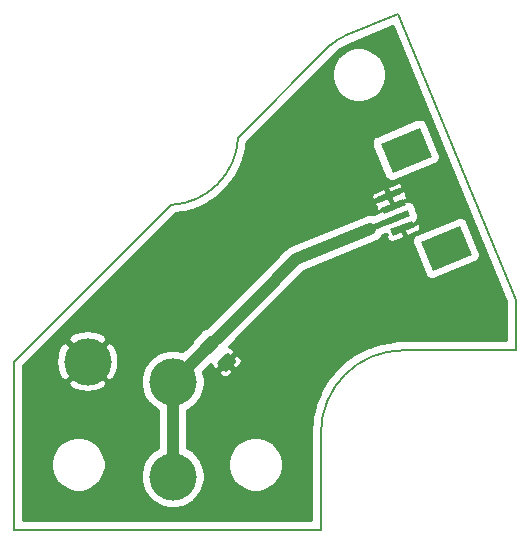
<source format=gbr>
%TF.GenerationSoftware,KiCad,Pcbnew,5.1.6*%
%TF.CreationDate,2020-08-18T09:51:56+02:00*%
%TF.ProjectId,Sample-Bias-Interconnect,53616d70-6c65-42d4-9269-61732d496e74,rev?*%
%TF.SameCoordinates,Original*%
%TF.FileFunction,Copper,L1,Top*%
%TF.FilePolarity,Positive*%
%FSLAX46Y46*%
G04 Gerber Fmt 4.6, Leading zero omitted, Abs format (unit mm)*
G04 Created by KiCad (PCBNEW 5.1.6) date 2020-08-18 09:51:56*
%MOMM*%
%LPD*%
G01*
G04 APERTURE LIST*
%TA.AperFunction,Profile*%
%ADD10C,0.200000*%
%TD*%
%TA.AperFunction,SMDPad,CuDef*%
%ADD11C,4.000000*%
%TD*%
%TA.AperFunction,SMDPad,CuDef*%
%ADD12C,0.100000*%
%TD*%
%TA.AperFunction,Conductor*%
%ADD13C,1.000000*%
%TD*%
%TA.AperFunction,Conductor*%
%ADD14C,0.500000*%
%TD*%
%TA.AperFunction,Conductor*%
%ADD15C,0.300000*%
%TD*%
G04 APERTURE END LIST*
D10*
X169070900Y-58824800D02*
X179000000Y-83000000D01*
X136500000Y-88287700D02*
X149794962Y-74992700D01*
X155492750Y-69295000D02*
X163300600Y-61487100D01*
X179000000Y-87290100D02*
X169500000Y-87290100D01*
X179000000Y-83000000D02*
X179000000Y-87290100D01*
X162500000Y-94290100D02*
G75*
G02*
X169500000Y-87290100I7000000J0D01*
G01*
X163300626Y-61487027D02*
G75*
G02*
X164445764Y-60724339I2474874J-2474873D01*
G01*
X136500000Y-102500000D02*
X136500000Y-88287700D01*
X169070900Y-58824800D02*
X164445800Y-60724400D01*
X162500000Y-94290100D02*
X162500000Y-102500000D01*
X162500000Y-102500000D02*
X136500000Y-102500000D01*
X155492746Y-69294963D02*
G75*
G02*
X149794960Y-74992746I-5992746J294963D01*
G01*
D11*
%TO.P,TP3,1*%
%TO.N,/gnd*%
X142750000Y-88250000D03*
%TD*%
%TO.P,R1,2*%
%TO.N,/gnd*%
%TA.AperFunction,SMDPad,CuDef*%
G36*
G01*
X153799681Y-88236714D02*
X154436714Y-87599682D01*
G75*
G02*
X154789630Y-87599682I176458J-176458D01*
G01*
X155249886Y-88059938D01*
G75*
G02*
X155249886Y-88412854I-176458J-176458D01*
G01*
X154612854Y-89049886D01*
G75*
G02*
X154259938Y-89049886I-176458J176458D01*
G01*
X153799682Y-88589630D01*
G75*
G02*
X153799682Y-88236714I176458J176458D01*
G01*
G37*
%TD.AperFunction*%
%TO.P,R1,1*%
%TO.N,/bias*%
%TA.AperFunction,SMDPad,CuDef*%
G36*
G01*
X152350431Y-86786828D02*
X152986828Y-86150431D01*
G75*
G02*
X153340380Y-86150431I176776J-176776D01*
G01*
X153800001Y-86610052D01*
G75*
G02*
X153800001Y-86963604I-176776J-176776D01*
G01*
X153163604Y-87600001D01*
G75*
G02*
X152810052Y-87600001I-176776J176776D01*
G01*
X152350431Y-87140380D01*
G75*
G02*
X152350431Y-86786828I176776J176776D01*
G01*
G37*
%TD.AperFunction*%
%TD*%
%TO.P,TP2,1*%
%TO.N,/bias*%
X150000000Y-90000000D03*
%TD*%
%TO.P,TP1,1*%
%TO.N,/bias*%
X150000000Y-98000000D03*
%TD*%
%TA.AperFunction,SMDPad,CuDef*%
D12*
%TO.P,J1,MP*%
%TO.N,Net-(J1-PadMP)*%
G36*
X171895301Y-70923112D02*
G01*
X168564546Y-72289154D01*
X167547603Y-69809592D01*
X170878358Y-68443550D01*
X171895301Y-70923112D01*
G37*
%TD.AperFunction*%
%TA.AperFunction,SMDPad,CuDef*%
G36*
X175302817Y-79231495D02*
G01*
X171972062Y-80597537D01*
X170955119Y-78117975D01*
X174285874Y-76751933D01*
X175302817Y-79231495D01*
G37*
%TD.AperFunction*%
%TA.AperFunction,SMDPad,CuDef*%
%TO.P,J1,4*%
%TO.N,/gnd*%
G36*
X169306382Y-74097940D02*
G01*
X167455962Y-74856852D01*
X167224494Y-74292474D01*
X169074914Y-73533562D01*
X169306382Y-74097940D01*
G37*
%TD.AperFunction*%
%TA.AperFunction,SMDPad,CuDef*%
%TO.P,J1,3*%
G36*
X169685838Y-75023149D02*
G01*
X167835418Y-75782061D01*
X167603950Y-75217683D01*
X169454370Y-74458771D01*
X169685838Y-75023149D01*
G37*
%TD.AperFunction*%
%TA.AperFunction,SMDPad,CuDef*%
%TO.P,J1,2*%
%TO.N,/bias*%
G36*
X170065295Y-75948359D02*
G01*
X168214875Y-76707271D01*
X167983407Y-76142893D01*
X169833827Y-75383981D01*
X170065295Y-75948359D01*
G37*
%TD.AperFunction*%
%TA.AperFunction,SMDPad,CuDef*%
%TO.P,J1,1*%
%TO.N,/gnd*%
G36*
X170444751Y-76873569D02*
G01*
X168594331Y-77632481D01*
X168362863Y-77068103D01*
X170213283Y-76309191D01*
X170444751Y-76873569D01*
G37*
%TD.AperFunction*%
%TD*%
D13*
%TO.N,/bias*%
X150000000Y-98000000D02*
X150000000Y-90000000D01*
X157000000Y-83000000D02*
X160400000Y-79600000D01*
X150000000Y-90000000D02*
X157000000Y-83000000D01*
X160400000Y-79600000D02*
X166700000Y-77000000D01*
D14*
X169024351Y-76045626D02*
X166700000Y-77000000D01*
%TD*%
D15*
%TO.N,/gnd*%
G36*
X178150000Y-83167755D02*
G01*
X178150001Y-86440100D01*
X169458251Y-86440100D01*
X169439777Y-86441920D01*
X168852834Y-86467546D01*
X168814165Y-86472123D01*
X168775286Y-86474501D01*
X168753279Y-86477790D01*
X167729250Y-86644564D01*
X167678802Y-86656676D01*
X167628027Y-86667468D01*
X167606747Y-86673975D01*
X166618620Y-86990277D01*
X166570555Y-87009697D01*
X166521892Y-87027891D01*
X166501808Y-87037471D01*
X165571286Y-87496354D01*
X165526580Y-87522688D01*
X165481181Y-87547853D01*
X165462734Y-87560296D01*
X164610260Y-88151678D01*
X164569937Y-88184331D01*
X164528757Y-88215930D01*
X164512351Y-88230963D01*
X163756653Y-88941854D01*
X163721595Y-88980114D01*
X163685543Y-89017446D01*
X163671540Y-89034739D01*
X163029218Y-89849520D01*
X163000218Y-89892514D01*
X162970061Y-89934793D01*
X162958768Y-89953966D01*
X162443934Y-90854738D01*
X162421603Y-90901557D01*
X162398032Y-90947818D01*
X162389696Y-90968450D01*
X162013660Y-91935426D01*
X161998493Y-91985036D01*
X161982020Y-92034268D01*
X161976826Y-92055905D01*
X161747848Y-93067841D01*
X161740183Y-93119130D01*
X161731165Y-93170274D01*
X161729226Y-93192442D01*
X161653089Y-94216994D01*
X161650000Y-94248352D01*
X161650001Y-101650000D01*
X137350000Y-101650000D01*
X137350000Y-96768545D01*
X139650000Y-96768545D01*
X139650000Y-97231455D01*
X139740309Y-97685470D01*
X139917457Y-98113143D01*
X140174636Y-98498038D01*
X140501962Y-98825364D01*
X140886857Y-99082543D01*
X141314530Y-99259691D01*
X141768545Y-99350000D01*
X142231455Y-99350000D01*
X142685470Y-99259691D01*
X143113143Y-99082543D01*
X143498038Y-98825364D01*
X143825364Y-98498038D01*
X144082543Y-98113143D01*
X144259691Y-97685470D01*
X144350000Y-97231455D01*
X144350000Y-96768545D01*
X144259691Y-96314530D01*
X144082543Y-95886857D01*
X143825364Y-95501962D01*
X143498038Y-95174636D01*
X143113143Y-94917457D01*
X142685470Y-94740309D01*
X142231455Y-94650000D01*
X141768545Y-94650000D01*
X141314530Y-94740309D01*
X140886857Y-94917457D01*
X140501962Y-95174636D01*
X140174636Y-95501962D01*
X139917457Y-95886857D01*
X139740309Y-96314530D01*
X139650000Y-96768545D01*
X137350000Y-96768545D01*
X137350000Y-90094277D01*
X141052801Y-90094277D01*
X141265436Y-90470262D01*
X141727113Y-90717225D01*
X142228099Y-90869373D01*
X142749142Y-90920860D01*
X143270218Y-90869708D01*
X143771301Y-90717882D01*
X144233137Y-90471216D01*
X144234564Y-90470262D01*
X144447199Y-90094277D01*
X142750000Y-88397078D01*
X141052801Y-90094277D01*
X137350000Y-90094277D01*
X137350000Y-88639779D01*
X137740635Y-88249142D01*
X140079140Y-88249142D01*
X140130292Y-88770218D01*
X140282118Y-89271301D01*
X140528784Y-89733137D01*
X140529738Y-89734564D01*
X140905723Y-89947199D01*
X142602922Y-88250000D01*
X142897078Y-88250000D01*
X144594277Y-89947199D01*
X144970262Y-89734564D01*
X144973158Y-89729149D01*
X147250000Y-89729149D01*
X147250000Y-90270851D01*
X147355681Y-90802145D01*
X147562982Y-91302613D01*
X147863936Y-91753023D01*
X148246977Y-92136064D01*
X148697387Y-92437018D01*
X148750001Y-92458811D01*
X148750000Y-95541189D01*
X148697387Y-95562982D01*
X148246977Y-95863936D01*
X147863936Y-96246977D01*
X147562982Y-96697387D01*
X147355681Y-97197855D01*
X147250000Y-97729149D01*
X147250000Y-98270851D01*
X147355681Y-98802145D01*
X147562982Y-99302613D01*
X147863936Y-99753023D01*
X148246977Y-100136064D01*
X148697387Y-100437018D01*
X149197855Y-100644319D01*
X149729149Y-100750000D01*
X150270851Y-100750000D01*
X150802145Y-100644319D01*
X151302613Y-100437018D01*
X151753023Y-100136064D01*
X152136064Y-99753023D01*
X152437018Y-99302613D01*
X152644319Y-98802145D01*
X152750000Y-98270851D01*
X152750000Y-97729149D01*
X152644319Y-97197855D01*
X152466493Y-96768545D01*
X154650000Y-96768545D01*
X154650000Y-97231455D01*
X154740309Y-97685470D01*
X154917457Y-98113143D01*
X155174636Y-98498038D01*
X155501962Y-98825364D01*
X155886857Y-99082543D01*
X156314530Y-99259691D01*
X156768545Y-99350000D01*
X157231455Y-99350000D01*
X157685470Y-99259691D01*
X158113143Y-99082543D01*
X158498038Y-98825364D01*
X158825364Y-98498038D01*
X159082543Y-98113143D01*
X159259691Y-97685470D01*
X159350000Y-97231455D01*
X159350000Y-96768545D01*
X159259691Y-96314530D01*
X159082543Y-95886857D01*
X158825364Y-95501962D01*
X158498038Y-95174636D01*
X158113143Y-94917457D01*
X157685470Y-94740309D01*
X157231455Y-94650000D01*
X156768545Y-94650000D01*
X156314530Y-94740309D01*
X155886857Y-94917457D01*
X155501962Y-95174636D01*
X155174636Y-95501962D01*
X154917457Y-95886857D01*
X154740309Y-96314530D01*
X154650000Y-96768545D01*
X152466493Y-96768545D01*
X152437018Y-96697387D01*
X152136064Y-96246977D01*
X151753023Y-95863936D01*
X151302613Y-95562982D01*
X151250000Y-95541189D01*
X151250000Y-92458811D01*
X151302613Y-92437018D01*
X151753023Y-92136064D01*
X152136064Y-91753023D01*
X152437018Y-91302613D01*
X152644319Y-90802145D01*
X152750000Y-90270851D01*
X152750000Y-89729149D01*
X152644319Y-89197855D01*
X152622525Y-89145241D01*
X152638648Y-89129118D01*
X153861871Y-89129118D01*
X153861871Y-89288217D01*
X154116658Y-89546083D01*
X154185179Y-89602317D01*
X154263355Y-89644102D01*
X154348181Y-89669833D01*
X154436396Y-89678522D01*
X154524611Y-89669833D01*
X154609436Y-89644102D01*
X154687612Y-89602317D01*
X154756133Y-89546083D01*
X155099308Y-89199829D01*
X155099308Y-89040730D01*
X154524784Y-88466205D01*
X153861871Y-89129118D01*
X152638648Y-89129118D01*
X153199901Y-88567866D01*
X153205466Y-88586213D01*
X153247251Y-88664389D01*
X153303485Y-88732910D01*
X153561351Y-88987697D01*
X153720450Y-88987697D01*
X154383363Y-88324784D01*
X154666205Y-88324784D01*
X155240730Y-88899308D01*
X155399829Y-88899308D01*
X155746083Y-88556133D01*
X155802317Y-88487612D01*
X155844102Y-88409436D01*
X155869833Y-88324611D01*
X155878522Y-88236396D01*
X155869833Y-88148181D01*
X155844102Y-88063355D01*
X155802317Y-87985179D01*
X155746083Y-87916658D01*
X155488217Y-87661871D01*
X155329118Y-87661871D01*
X154666205Y-88324784D01*
X154383363Y-88324784D01*
X154369221Y-88310642D01*
X154510642Y-88169221D01*
X154524784Y-88183363D01*
X155187697Y-87520450D01*
X155187697Y-87361351D01*
X154932910Y-87103485D01*
X154864389Y-87047251D01*
X154786213Y-87005466D01*
X154767866Y-86999901D01*
X157927303Y-83840464D01*
X157927307Y-83840459D01*
X161107475Y-80660292D01*
X167233621Y-78132043D01*
X167396471Y-78045268D01*
X167587010Y-77889309D01*
X167743462Y-77699174D01*
X167775504Y-77639413D01*
X167969967Y-77559567D01*
X167988706Y-77605255D01*
X168115920Y-77553081D01*
X168040880Y-77732470D01*
X168083004Y-77842192D01*
X168133741Y-77937917D01*
X168202179Y-78021905D01*
X168285687Y-78090927D01*
X168381056Y-78142332D01*
X168484621Y-78174143D01*
X168592402Y-78185139D01*
X168700257Y-78174896D01*
X168804042Y-78143808D01*
X168872802Y-78115344D01*
X170201496Y-78115344D01*
X170215463Y-78262420D01*
X170257855Y-78403944D01*
X171274798Y-80883506D01*
X171343986Y-81014040D01*
X171437310Y-81128569D01*
X171551184Y-81222690D01*
X171681232Y-81292788D01*
X171822457Y-81336167D01*
X171969431Y-81351160D01*
X172116506Y-81337193D01*
X172258031Y-81294801D01*
X175588786Y-79928759D01*
X175719321Y-79859571D01*
X175833849Y-79766247D01*
X175927971Y-79652373D01*
X175998068Y-79522324D01*
X176041447Y-79381100D01*
X176056440Y-79234126D01*
X176042473Y-79087050D01*
X176000081Y-78945526D01*
X174983138Y-76465964D01*
X174913950Y-76335430D01*
X174820626Y-76220901D01*
X174706752Y-76126780D01*
X174576704Y-76056682D01*
X174435479Y-76013303D01*
X174288505Y-75998310D01*
X174141430Y-76012277D01*
X173999905Y-76054669D01*
X170669150Y-77420711D01*
X170538615Y-77489899D01*
X170424087Y-77583223D01*
X170329965Y-77697097D01*
X170259868Y-77827146D01*
X170216489Y-77968370D01*
X170201496Y-78115344D01*
X168872802Y-78115344D01*
X169554765Y-77833038D01*
X169629806Y-77653647D01*
X169379793Y-77044052D01*
X169472314Y-77006106D01*
X169722327Y-77615701D01*
X169901719Y-77690742D01*
X170654461Y-77384896D01*
X170750187Y-77334159D01*
X170834174Y-77265721D01*
X170903197Y-77182213D01*
X170954601Y-77086844D01*
X170986413Y-76983279D01*
X170997408Y-76875498D01*
X170987166Y-76767643D01*
X170956078Y-76663858D01*
X170909030Y-76556156D01*
X170729639Y-76481115D01*
X170429038Y-76604400D01*
X170481798Y-76576436D01*
X170596327Y-76483112D01*
X170665606Y-76399293D01*
X170691693Y-76388594D01*
X170732167Y-76291838D01*
X170760545Y-76239189D01*
X170803924Y-76097964D01*
X170818918Y-75950990D01*
X170804951Y-75803915D01*
X170762559Y-75662391D01*
X170531091Y-75098013D01*
X170461904Y-74967478D01*
X170368580Y-74852949D01*
X170254705Y-74758828D01*
X170124657Y-74688731D01*
X169983432Y-74645352D01*
X169836458Y-74630358D01*
X169689383Y-74644325D01*
X169632174Y-74661461D01*
X169863389Y-74566633D01*
X169924786Y-74419858D01*
X169872728Y-74287190D01*
X169831216Y-74208869D01*
X169775221Y-74140151D01*
X169756029Y-74124288D01*
X169758556Y-74099519D01*
X169750176Y-74011273D01*
X169724740Y-73926358D01*
X169668654Y-73795342D01*
X169521879Y-73733945D01*
X168330671Y-74222495D01*
X168550638Y-74758828D01*
X168668908Y-75047200D01*
X168576387Y-75085146D01*
X168354833Y-74544942D01*
X168238150Y-74260440D01*
X167046943Y-74748990D01*
X166985546Y-74895765D01*
X167037604Y-75028433D01*
X167079116Y-75106754D01*
X167135111Y-75175472D01*
X167154303Y-75191335D01*
X167151776Y-75216104D01*
X167160156Y-75304350D01*
X167185592Y-75389265D01*
X167241678Y-75520281D01*
X167388453Y-75581678D01*
X167619665Y-75486851D01*
X167566904Y-75514816D01*
X167452375Y-75608140D01*
X167449969Y-75611051D01*
X167015572Y-75789414D01*
X166946636Y-75768405D01*
X166701625Y-75743953D01*
X166456552Y-75767771D01*
X166279901Y-75821108D01*
X159979157Y-78421415D01*
X159919331Y-78439563D01*
X159811089Y-78497420D01*
X159703530Y-78554733D01*
X159702900Y-78555248D01*
X159702177Y-78555635D01*
X159607289Y-78633507D01*
X159512990Y-78710692D01*
X159473272Y-78758961D01*
X156159541Y-82072693D01*
X156159536Y-82072697D01*
X152855215Y-85377019D01*
X152779533Y-85399977D01*
X152606019Y-85492722D01*
X152453933Y-85617536D01*
X151817536Y-86253933D01*
X151692722Y-86406019D01*
X151599977Y-86579533D01*
X151577019Y-86655215D01*
X150854759Y-87377475D01*
X150802145Y-87355681D01*
X150270851Y-87250000D01*
X149729149Y-87250000D01*
X149197855Y-87355681D01*
X148697387Y-87562982D01*
X148246977Y-87863936D01*
X147863936Y-88246977D01*
X147562982Y-88697387D01*
X147355681Y-89197855D01*
X147250000Y-89729149D01*
X144973158Y-89729149D01*
X145217225Y-89272887D01*
X145369373Y-88771901D01*
X145420860Y-88250858D01*
X145369708Y-87729782D01*
X145217882Y-87228699D01*
X144971216Y-86766863D01*
X144970262Y-86765436D01*
X144594277Y-86552801D01*
X142897078Y-88250000D01*
X142602922Y-88250000D01*
X140905723Y-86552801D01*
X140529738Y-86765436D01*
X140282775Y-87227113D01*
X140130627Y-87728099D01*
X140079140Y-88249142D01*
X137740635Y-88249142D01*
X139584049Y-86405723D01*
X141052801Y-86405723D01*
X142750000Y-88102922D01*
X144447199Y-86405723D01*
X144234564Y-86029738D01*
X143772887Y-85782775D01*
X143271901Y-85630627D01*
X142750858Y-85579140D01*
X142229782Y-85630292D01*
X141728699Y-85782118D01*
X141266863Y-86028784D01*
X141265436Y-86029738D01*
X141052801Y-86405723D01*
X139584049Y-86405723D01*
X150191340Y-75798404D01*
X150855120Y-75712194D01*
X150912247Y-75699947D01*
X150969681Y-75689217D01*
X150989647Y-75683499D01*
X151931526Y-75401241D01*
X151986744Y-75379621D01*
X152042470Y-75359358D01*
X152061234Y-75350456D01*
X152944365Y-74918155D01*
X152995325Y-74887798D01*
X153046978Y-74858714D01*
X153064036Y-74846867D01*
X153843993Y-74290895D01*
X166772320Y-74290895D01*
X166780700Y-74379141D01*
X166806136Y-74464056D01*
X166862222Y-74595072D01*
X167008997Y-74656469D01*
X168200205Y-74167919D01*
X167975377Y-73619733D01*
X167884666Y-73581787D01*
X168067898Y-73581787D01*
X168292726Y-74129974D01*
X169483933Y-73641424D01*
X169545330Y-73494649D01*
X169493272Y-73361981D01*
X169451760Y-73283660D01*
X169395765Y-73214942D01*
X169327440Y-73158470D01*
X169249411Y-73116412D01*
X169164677Y-73090384D01*
X169076492Y-73081388D01*
X168988246Y-73089768D01*
X168903332Y-73115203D01*
X168129295Y-73435012D01*
X168067898Y-73581787D01*
X167884666Y-73581787D01*
X167828602Y-73558335D01*
X167052913Y-73874116D01*
X166974592Y-73915628D01*
X166905874Y-73971623D01*
X166849402Y-74039948D01*
X166807344Y-74117977D01*
X166781317Y-74202711D01*
X166772320Y-74290895D01*
X153843993Y-74290895D01*
X153864703Y-74276133D01*
X153910013Y-74237867D01*
X153956231Y-74200731D01*
X153971125Y-74186256D01*
X154667824Y-73492416D01*
X154706280Y-73447259D01*
X154745806Y-73403079D01*
X154758136Y-73386366D01*
X155332159Y-72588054D01*
X155362714Y-72537238D01*
X155394505Y-72487178D01*
X155403936Y-72468683D01*
X155403939Y-72468677D01*
X155403941Y-72468672D01*
X155839868Y-71587331D01*
X155861714Y-71532204D01*
X155884900Y-71477627D01*
X155891187Y-71457833D01*
X156177316Y-70517123D01*
X156189867Y-70459160D01*
X156203826Y-70401538D01*
X156206795Y-70380983D01*
X156282548Y-69806961D01*
X166793980Y-69806961D01*
X166807947Y-69954037D01*
X166850339Y-70095561D01*
X167867282Y-72575123D01*
X167936470Y-72705657D01*
X168029794Y-72820186D01*
X168143668Y-72914307D01*
X168273716Y-72984405D01*
X168414941Y-73027784D01*
X168561915Y-73042777D01*
X168708990Y-73028810D01*
X168850515Y-72986418D01*
X172181270Y-71620376D01*
X172311805Y-71551188D01*
X172426333Y-71457864D01*
X172520455Y-71343990D01*
X172590552Y-71213941D01*
X172633931Y-71072717D01*
X172648924Y-70925743D01*
X172634957Y-70778667D01*
X172592565Y-70637143D01*
X171575622Y-68157581D01*
X171506434Y-68027047D01*
X171413110Y-67912518D01*
X171299236Y-67818397D01*
X171169188Y-67748299D01*
X171027963Y-67704920D01*
X170880989Y-67689927D01*
X170733914Y-67703894D01*
X170592389Y-67746286D01*
X167261634Y-69112328D01*
X167131099Y-69181516D01*
X167016571Y-69274840D01*
X166922449Y-69388714D01*
X166852352Y-69518763D01*
X166808973Y-69659987D01*
X166793980Y-69806961D01*
X156282548Y-69806961D01*
X156297703Y-69692125D01*
X162221247Y-63768545D01*
X163400000Y-63768545D01*
X163400000Y-64231455D01*
X163490309Y-64685470D01*
X163667457Y-65113143D01*
X163924636Y-65498038D01*
X164251962Y-65825364D01*
X164636857Y-66082543D01*
X165064530Y-66259691D01*
X165518545Y-66350000D01*
X165981455Y-66350000D01*
X166435470Y-66259691D01*
X166863143Y-66082543D01*
X167248038Y-65825364D01*
X167575364Y-65498038D01*
X167832543Y-65113143D01*
X168009691Y-64685470D01*
X168100000Y-64231455D01*
X168100000Y-63768545D01*
X168009691Y-63314530D01*
X167832543Y-62886857D01*
X167575364Y-62501962D01*
X167248038Y-62174636D01*
X166863143Y-61917457D01*
X166435470Y-61740309D01*
X165981455Y-61650000D01*
X165518545Y-61650000D01*
X165064530Y-61740309D01*
X164636857Y-61917457D01*
X164251962Y-62174636D01*
X163924636Y-62501962D01*
X163667457Y-62886857D01*
X163490309Y-63314530D01*
X163400000Y-63768545D01*
X162221247Y-63768545D01*
X163872536Y-62117246D01*
X164303585Y-61763178D01*
X164793463Y-61500508D01*
X168607565Y-59933999D01*
X178150000Y-83167755D01*
G37*
X178150000Y-83167755D02*
X178150001Y-86440100D01*
X169458251Y-86440100D01*
X169439777Y-86441920D01*
X168852834Y-86467546D01*
X168814165Y-86472123D01*
X168775286Y-86474501D01*
X168753279Y-86477790D01*
X167729250Y-86644564D01*
X167678802Y-86656676D01*
X167628027Y-86667468D01*
X167606747Y-86673975D01*
X166618620Y-86990277D01*
X166570555Y-87009697D01*
X166521892Y-87027891D01*
X166501808Y-87037471D01*
X165571286Y-87496354D01*
X165526580Y-87522688D01*
X165481181Y-87547853D01*
X165462734Y-87560296D01*
X164610260Y-88151678D01*
X164569937Y-88184331D01*
X164528757Y-88215930D01*
X164512351Y-88230963D01*
X163756653Y-88941854D01*
X163721595Y-88980114D01*
X163685543Y-89017446D01*
X163671540Y-89034739D01*
X163029218Y-89849520D01*
X163000218Y-89892514D01*
X162970061Y-89934793D01*
X162958768Y-89953966D01*
X162443934Y-90854738D01*
X162421603Y-90901557D01*
X162398032Y-90947818D01*
X162389696Y-90968450D01*
X162013660Y-91935426D01*
X161998493Y-91985036D01*
X161982020Y-92034268D01*
X161976826Y-92055905D01*
X161747848Y-93067841D01*
X161740183Y-93119130D01*
X161731165Y-93170274D01*
X161729226Y-93192442D01*
X161653089Y-94216994D01*
X161650000Y-94248352D01*
X161650001Y-101650000D01*
X137350000Y-101650000D01*
X137350000Y-96768545D01*
X139650000Y-96768545D01*
X139650000Y-97231455D01*
X139740309Y-97685470D01*
X139917457Y-98113143D01*
X140174636Y-98498038D01*
X140501962Y-98825364D01*
X140886857Y-99082543D01*
X141314530Y-99259691D01*
X141768545Y-99350000D01*
X142231455Y-99350000D01*
X142685470Y-99259691D01*
X143113143Y-99082543D01*
X143498038Y-98825364D01*
X143825364Y-98498038D01*
X144082543Y-98113143D01*
X144259691Y-97685470D01*
X144350000Y-97231455D01*
X144350000Y-96768545D01*
X144259691Y-96314530D01*
X144082543Y-95886857D01*
X143825364Y-95501962D01*
X143498038Y-95174636D01*
X143113143Y-94917457D01*
X142685470Y-94740309D01*
X142231455Y-94650000D01*
X141768545Y-94650000D01*
X141314530Y-94740309D01*
X140886857Y-94917457D01*
X140501962Y-95174636D01*
X140174636Y-95501962D01*
X139917457Y-95886857D01*
X139740309Y-96314530D01*
X139650000Y-96768545D01*
X137350000Y-96768545D01*
X137350000Y-90094277D01*
X141052801Y-90094277D01*
X141265436Y-90470262D01*
X141727113Y-90717225D01*
X142228099Y-90869373D01*
X142749142Y-90920860D01*
X143270218Y-90869708D01*
X143771301Y-90717882D01*
X144233137Y-90471216D01*
X144234564Y-90470262D01*
X144447199Y-90094277D01*
X142750000Y-88397078D01*
X141052801Y-90094277D01*
X137350000Y-90094277D01*
X137350000Y-88639779D01*
X137740635Y-88249142D01*
X140079140Y-88249142D01*
X140130292Y-88770218D01*
X140282118Y-89271301D01*
X140528784Y-89733137D01*
X140529738Y-89734564D01*
X140905723Y-89947199D01*
X142602922Y-88250000D01*
X142897078Y-88250000D01*
X144594277Y-89947199D01*
X144970262Y-89734564D01*
X144973158Y-89729149D01*
X147250000Y-89729149D01*
X147250000Y-90270851D01*
X147355681Y-90802145D01*
X147562982Y-91302613D01*
X147863936Y-91753023D01*
X148246977Y-92136064D01*
X148697387Y-92437018D01*
X148750001Y-92458811D01*
X148750000Y-95541189D01*
X148697387Y-95562982D01*
X148246977Y-95863936D01*
X147863936Y-96246977D01*
X147562982Y-96697387D01*
X147355681Y-97197855D01*
X147250000Y-97729149D01*
X147250000Y-98270851D01*
X147355681Y-98802145D01*
X147562982Y-99302613D01*
X147863936Y-99753023D01*
X148246977Y-100136064D01*
X148697387Y-100437018D01*
X149197855Y-100644319D01*
X149729149Y-100750000D01*
X150270851Y-100750000D01*
X150802145Y-100644319D01*
X151302613Y-100437018D01*
X151753023Y-100136064D01*
X152136064Y-99753023D01*
X152437018Y-99302613D01*
X152644319Y-98802145D01*
X152750000Y-98270851D01*
X152750000Y-97729149D01*
X152644319Y-97197855D01*
X152466493Y-96768545D01*
X154650000Y-96768545D01*
X154650000Y-97231455D01*
X154740309Y-97685470D01*
X154917457Y-98113143D01*
X155174636Y-98498038D01*
X155501962Y-98825364D01*
X155886857Y-99082543D01*
X156314530Y-99259691D01*
X156768545Y-99350000D01*
X157231455Y-99350000D01*
X157685470Y-99259691D01*
X158113143Y-99082543D01*
X158498038Y-98825364D01*
X158825364Y-98498038D01*
X159082543Y-98113143D01*
X159259691Y-97685470D01*
X159350000Y-97231455D01*
X159350000Y-96768545D01*
X159259691Y-96314530D01*
X159082543Y-95886857D01*
X158825364Y-95501962D01*
X158498038Y-95174636D01*
X158113143Y-94917457D01*
X157685470Y-94740309D01*
X157231455Y-94650000D01*
X156768545Y-94650000D01*
X156314530Y-94740309D01*
X155886857Y-94917457D01*
X155501962Y-95174636D01*
X155174636Y-95501962D01*
X154917457Y-95886857D01*
X154740309Y-96314530D01*
X154650000Y-96768545D01*
X152466493Y-96768545D01*
X152437018Y-96697387D01*
X152136064Y-96246977D01*
X151753023Y-95863936D01*
X151302613Y-95562982D01*
X151250000Y-95541189D01*
X151250000Y-92458811D01*
X151302613Y-92437018D01*
X151753023Y-92136064D01*
X152136064Y-91753023D01*
X152437018Y-91302613D01*
X152644319Y-90802145D01*
X152750000Y-90270851D01*
X152750000Y-89729149D01*
X152644319Y-89197855D01*
X152622525Y-89145241D01*
X152638648Y-89129118D01*
X153861871Y-89129118D01*
X153861871Y-89288217D01*
X154116658Y-89546083D01*
X154185179Y-89602317D01*
X154263355Y-89644102D01*
X154348181Y-89669833D01*
X154436396Y-89678522D01*
X154524611Y-89669833D01*
X154609436Y-89644102D01*
X154687612Y-89602317D01*
X154756133Y-89546083D01*
X155099308Y-89199829D01*
X155099308Y-89040730D01*
X154524784Y-88466205D01*
X153861871Y-89129118D01*
X152638648Y-89129118D01*
X153199901Y-88567866D01*
X153205466Y-88586213D01*
X153247251Y-88664389D01*
X153303485Y-88732910D01*
X153561351Y-88987697D01*
X153720450Y-88987697D01*
X154383363Y-88324784D01*
X154666205Y-88324784D01*
X155240730Y-88899308D01*
X155399829Y-88899308D01*
X155746083Y-88556133D01*
X155802317Y-88487612D01*
X155844102Y-88409436D01*
X155869833Y-88324611D01*
X155878522Y-88236396D01*
X155869833Y-88148181D01*
X155844102Y-88063355D01*
X155802317Y-87985179D01*
X155746083Y-87916658D01*
X155488217Y-87661871D01*
X155329118Y-87661871D01*
X154666205Y-88324784D01*
X154383363Y-88324784D01*
X154369221Y-88310642D01*
X154510642Y-88169221D01*
X154524784Y-88183363D01*
X155187697Y-87520450D01*
X155187697Y-87361351D01*
X154932910Y-87103485D01*
X154864389Y-87047251D01*
X154786213Y-87005466D01*
X154767866Y-86999901D01*
X157927303Y-83840464D01*
X157927307Y-83840459D01*
X161107475Y-80660292D01*
X167233621Y-78132043D01*
X167396471Y-78045268D01*
X167587010Y-77889309D01*
X167743462Y-77699174D01*
X167775504Y-77639413D01*
X167969967Y-77559567D01*
X167988706Y-77605255D01*
X168115920Y-77553081D01*
X168040880Y-77732470D01*
X168083004Y-77842192D01*
X168133741Y-77937917D01*
X168202179Y-78021905D01*
X168285687Y-78090927D01*
X168381056Y-78142332D01*
X168484621Y-78174143D01*
X168592402Y-78185139D01*
X168700257Y-78174896D01*
X168804042Y-78143808D01*
X168872802Y-78115344D01*
X170201496Y-78115344D01*
X170215463Y-78262420D01*
X170257855Y-78403944D01*
X171274798Y-80883506D01*
X171343986Y-81014040D01*
X171437310Y-81128569D01*
X171551184Y-81222690D01*
X171681232Y-81292788D01*
X171822457Y-81336167D01*
X171969431Y-81351160D01*
X172116506Y-81337193D01*
X172258031Y-81294801D01*
X175588786Y-79928759D01*
X175719321Y-79859571D01*
X175833849Y-79766247D01*
X175927971Y-79652373D01*
X175998068Y-79522324D01*
X176041447Y-79381100D01*
X176056440Y-79234126D01*
X176042473Y-79087050D01*
X176000081Y-78945526D01*
X174983138Y-76465964D01*
X174913950Y-76335430D01*
X174820626Y-76220901D01*
X174706752Y-76126780D01*
X174576704Y-76056682D01*
X174435479Y-76013303D01*
X174288505Y-75998310D01*
X174141430Y-76012277D01*
X173999905Y-76054669D01*
X170669150Y-77420711D01*
X170538615Y-77489899D01*
X170424087Y-77583223D01*
X170329965Y-77697097D01*
X170259868Y-77827146D01*
X170216489Y-77968370D01*
X170201496Y-78115344D01*
X168872802Y-78115344D01*
X169554765Y-77833038D01*
X169629806Y-77653647D01*
X169379793Y-77044052D01*
X169472314Y-77006106D01*
X169722327Y-77615701D01*
X169901719Y-77690742D01*
X170654461Y-77384896D01*
X170750187Y-77334159D01*
X170834174Y-77265721D01*
X170903197Y-77182213D01*
X170954601Y-77086844D01*
X170986413Y-76983279D01*
X170997408Y-76875498D01*
X170987166Y-76767643D01*
X170956078Y-76663858D01*
X170909030Y-76556156D01*
X170729639Y-76481115D01*
X170429038Y-76604400D01*
X170481798Y-76576436D01*
X170596327Y-76483112D01*
X170665606Y-76399293D01*
X170691693Y-76388594D01*
X170732167Y-76291838D01*
X170760545Y-76239189D01*
X170803924Y-76097964D01*
X170818918Y-75950990D01*
X170804951Y-75803915D01*
X170762559Y-75662391D01*
X170531091Y-75098013D01*
X170461904Y-74967478D01*
X170368580Y-74852949D01*
X170254705Y-74758828D01*
X170124657Y-74688731D01*
X169983432Y-74645352D01*
X169836458Y-74630358D01*
X169689383Y-74644325D01*
X169632174Y-74661461D01*
X169863389Y-74566633D01*
X169924786Y-74419858D01*
X169872728Y-74287190D01*
X169831216Y-74208869D01*
X169775221Y-74140151D01*
X169756029Y-74124288D01*
X169758556Y-74099519D01*
X169750176Y-74011273D01*
X169724740Y-73926358D01*
X169668654Y-73795342D01*
X169521879Y-73733945D01*
X168330671Y-74222495D01*
X168550638Y-74758828D01*
X168668908Y-75047200D01*
X168576387Y-75085146D01*
X168354833Y-74544942D01*
X168238150Y-74260440D01*
X167046943Y-74748990D01*
X166985546Y-74895765D01*
X167037604Y-75028433D01*
X167079116Y-75106754D01*
X167135111Y-75175472D01*
X167154303Y-75191335D01*
X167151776Y-75216104D01*
X167160156Y-75304350D01*
X167185592Y-75389265D01*
X167241678Y-75520281D01*
X167388453Y-75581678D01*
X167619665Y-75486851D01*
X167566904Y-75514816D01*
X167452375Y-75608140D01*
X167449969Y-75611051D01*
X167015572Y-75789414D01*
X166946636Y-75768405D01*
X166701625Y-75743953D01*
X166456552Y-75767771D01*
X166279901Y-75821108D01*
X159979157Y-78421415D01*
X159919331Y-78439563D01*
X159811089Y-78497420D01*
X159703530Y-78554733D01*
X159702900Y-78555248D01*
X159702177Y-78555635D01*
X159607289Y-78633507D01*
X159512990Y-78710692D01*
X159473272Y-78758961D01*
X156159541Y-82072693D01*
X156159536Y-82072697D01*
X152855215Y-85377019D01*
X152779533Y-85399977D01*
X152606019Y-85492722D01*
X152453933Y-85617536D01*
X151817536Y-86253933D01*
X151692722Y-86406019D01*
X151599977Y-86579533D01*
X151577019Y-86655215D01*
X150854759Y-87377475D01*
X150802145Y-87355681D01*
X150270851Y-87250000D01*
X149729149Y-87250000D01*
X149197855Y-87355681D01*
X148697387Y-87562982D01*
X148246977Y-87863936D01*
X147863936Y-88246977D01*
X147562982Y-88697387D01*
X147355681Y-89197855D01*
X147250000Y-89729149D01*
X144973158Y-89729149D01*
X145217225Y-89272887D01*
X145369373Y-88771901D01*
X145420860Y-88250858D01*
X145369708Y-87729782D01*
X145217882Y-87228699D01*
X144971216Y-86766863D01*
X144970262Y-86765436D01*
X144594277Y-86552801D01*
X142897078Y-88250000D01*
X142602922Y-88250000D01*
X140905723Y-86552801D01*
X140529738Y-86765436D01*
X140282775Y-87227113D01*
X140130627Y-87728099D01*
X140079140Y-88249142D01*
X137740635Y-88249142D01*
X139584049Y-86405723D01*
X141052801Y-86405723D01*
X142750000Y-88102922D01*
X144447199Y-86405723D01*
X144234564Y-86029738D01*
X143772887Y-85782775D01*
X143271901Y-85630627D01*
X142750858Y-85579140D01*
X142229782Y-85630292D01*
X141728699Y-85782118D01*
X141266863Y-86028784D01*
X141265436Y-86029738D01*
X141052801Y-86405723D01*
X139584049Y-86405723D01*
X150191340Y-75798404D01*
X150855120Y-75712194D01*
X150912247Y-75699947D01*
X150969681Y-75689217D01*
X150989647Y-75683499D01*
X151931526Y-75401241D01*
X151986744Y-75379621D01*
X152042470Y-75359358D01*
X152061234Y-75350456D01*
X152944365Y-74918155D01*
X152995325Y-74887798D01*
X153046978Y-74858714D01*
X153064036Y-74846867D01*
X153843993Y-74290895D01*
X166772320Y-74290895D01*
X166780700Y-74379141D01*
X166806136Y-74464056D01*
X166862222Y-74595072D01*
X167008997Y-74656469D01*
X168200205Y-74167919D01*
X167975377Y-73619733D01*
X167884666Y-73581787D01*
X168067898Y-73581787D01*
X168292726Y-74129974D01*
X169483933Y-73641424D01*
X169545330Y-73494649D01*
X169493272Y-73361981D01*
X169451760Y-73283660D01*
X169395765Y-73214942D01*
X169327440Y-73158470D01*
X169249411Y-73116412D01*
X169164677Y-73090384D01*
X169076492Y-73081388D01*
X168988246Y-73089768D01*
X168903332Y-73115203D01*
X168129295Y-73435012D01*
X168067898Y-73581787D01*
X167884666Y-73581787D01*
X167828602Y-73558335D01*
X167052913Y-73874116D01*
X166974592Y-73915628D01*
X166905874Y-73971623D01*
X166849402Y-74039948D01*
X166807344Y-74117977D01*
X166781317Y-74202711D01*
X166772320Y-74290895D01*
X153843993Y-74290895D01*
X153864703Y-74276133D01*
X153910013Y-74237867D01*
X153956231Y-74200731D01*
X153971125Y-74186256D01*
X154667824Y-73492416D01*
X154706280Y-73447259D01*
X154745806Y-73403079D01*
X154758136Y-73386366D01*
X155332159Y-72588054D01*
X155362714Y-72537238D01*
X155394505Y-72487178D01*
X155403936Y-72468683D01*
X155403939Y-72468677D01*
X155403941Y-72468672D01*
X155839868Y-71587331D01*
X155861714Y-71532204D01*
X155884900Y-71477627D01*
X155891187Y-71457833D01*
X156177316Y-70517123D01*
X156189867Y-70459160D01*
X156203826Y-70401538D01*
X156206795Y-70380983D01*
X156282548Y-69806961D01*
X166793980Y-69806961D01*
X166807947Y-69954037D01*
X166850339Y-70095561D01*
X167867282Y-72575123D01*
X167936470Y-72705657D01*
X168029794Y-72820186D01*
X168143668Y-72914307D01*
X168273716Y-72984405D01*
X168414941Y-73027784D01*
X168561915Y-73042777D01*
X168708990Y-73028810D01*
X168850515Y-72986418D01*
X172181270Y-71620376D01*
X172311805Y-71551188D01*
X172426333Y-71457864D01*
X172520455Y-71343990D01*
X172590552Y-71213941D01*
X172633931Y-71072717D01*
X172648924Y-70925743D01*
X172634957Y-70778667D01*
X172592565Y-70637143D01*
X171575622Y-68157581D01*
X171506434Y-68027047D01*
X171413110Y-67912518D01*
X171299236Y-67818397D01*
X171169188Y-67748299D01*
X171027963Y-67704920D01*
X170880989Y-67689927D01*
X170733914Y-67703894D01*
X170592389Y-67746286D01*
X167261634Y-69112328D01*
X167131099Y-69181516D01*
X167016571Y-69274840D01*
X166922449Y-69388714D01*
X166852352Y-69518763D01*
X166808973Y-69659987D01*
X166793980Y-69806961D01*
X156282548Y-69806961D01*
X156297703Y-69692125D01*
X162221247Y-63768545D01*
X163400000Y-63768545D01*
X163400000Y-64231455D01*
X163490309Y-64685470D01*
X163667457Y-65113143D01*
X163924636Y-65498038D01*
X164251962Y-65825364D01*
X164636857Y-66082543D01*
X165064530Y-66259691D01*
X165518545Y-66350000D01*
X165981455Y-66350000D01*
X166435470Y-66259691D01*
X166863143Y-66082543D01*
X167248038Y-65825364D01*
X167575364Y-65498038D01*
X167832543Y-65113143D01*
X168009691Y-64685470D01*
X168100000Y-64231455D01*
X168100000Y-63768545D01*
X168009691Y-63314530D01*
X167832543Y-62886857D01*
X167575364Y-62501962D01*
X167248038Y-62174636D01*
X166863143Y-61917457D01*
X166435470Y-61740309D01*
X165981455Y-61650000D01*
X165518545Y-61650000D01*
X165064530Y-61740309D01*
X164636857Y-61917457D01*
X164251962Y-62174636D01*
X163924636Y-62501962D01*
X163667457Y-62886857D01*
X163490309Y-63314530D01*
X163400000Y-63768545D01*
X162221247Y-63768545D01*
X163872536Y-62117246D01*
X164303585Y-61763178D01*
X164793463Y-61500508D01*
X168607565Y-59933999D01*
X178150000Y-83167755D01*
%TD*%
M02*

</source>
